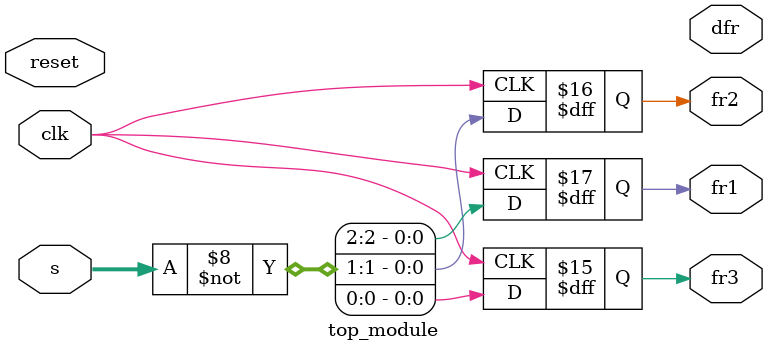
<source format=v>
module top_module (
    input clk,
    input reset,
    input [3:1] s,
    output reg fr3,
    output reg fr2,
    output reg fr1,
    output reg dfr
); 

    // state space define
    parameter HIGH = 1, LOW = 0;
    reg cstate, nstate;

    // state transition logic
    always @(*) begin
        case(cstate)
            HIGH: nstate = (s == 3'b001) ? LOW : HIGH;
            LOW: nstate = (s == 3'b011) ? HIGH : LOW;
        endcase
    end

    // state flip-flops with synchronous reset
    always @(posedge clk) begin
        if(reset)
            ;
        else
            cstate <= nstate;
    end

    // output logic
    always @(posedge clk) begin
        {fr1, fr2, fr3} = ~s;
    end
     

endmodule

</source>
